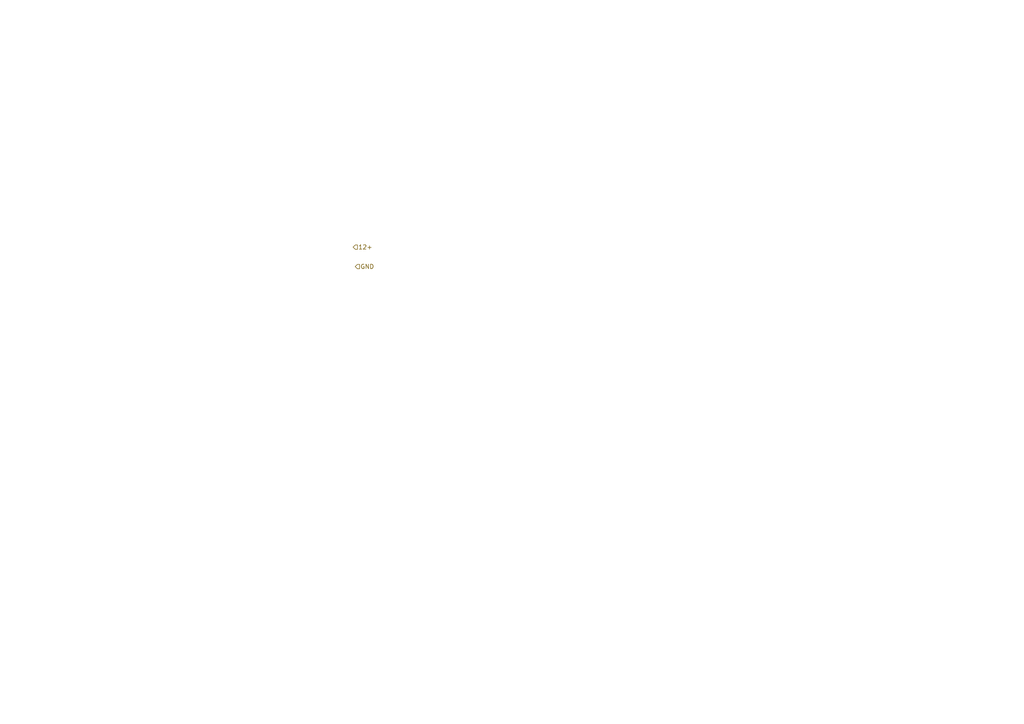
<source format=kicad_sch>
(kicad_sch (version 20211123) (generator eeschema)
  (paper "A4")
  (lib_symbols)
  (hierarchical_label "GND" (shape input) (at 103.0224 77.3176 0))
  (hierarchical_label "12+" (shape input) (at 102.4128 71.6788 0))
)
</source>
